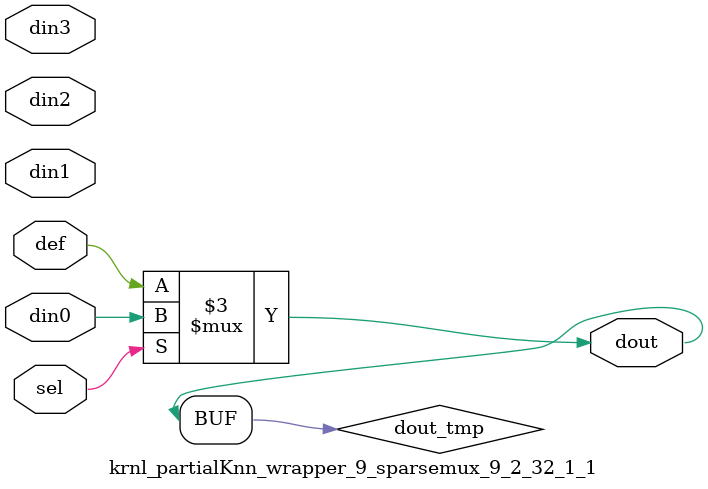
<source format=v>
`timescale 1ns / 1ps

module krnl_partialKnn_wrapper_9_sparsemux_9_2_32_1_1 (din0,din1,din2,din3,def,sel,dout);

parameter din0_WIDTH = 1;

parameter din1_WIDTH = 1;

parameter din2_WIDTH = 1;

parameter din3_WIDTH = 1;

parameter def_WIDTH = 1;
parameter sel_WIDTH = 1;
parameter dout_WIDTH = 1;

parameter [sel_WIDTH-1:0] CASE0 = 1;

parameter [sel_WIDTH-1:0] CASE1 = 1;

parameter [sel_WIDTH-1:0] CASE2 = 1;

parameter [sel_WIDTH-1:0] CASE3 = 1;

parameter ID = 1;
parameter NUM_STAGE = 1;



input [din0_WIDTH-1:0] din0;

input [din1_WIDTH-1:0] din1;

input [din2_WIDTH-1:0] din2;

input [din3_WIDTH-1:0] din3;

input [def_WIDTH-1:0] def;
input [sel_WIDTH-1:0] sel;

output [dout_WIDTH-1:0] dout;



reg [dout_WIDTH-1:0] dout_tmp;

always @ (*) begin
case (sel)
    
    CASE0 : dout_tmp = din0;
    
    CASE1 : dout_tmp = din1;
    
    CASE2 : dout_tmp = din2;
    
    CASE3 : dout_tmp = din3;
    
    default : dout_tmp = def;
endcase
end


assign dout = dout_tmp;



endmodule

</source>
